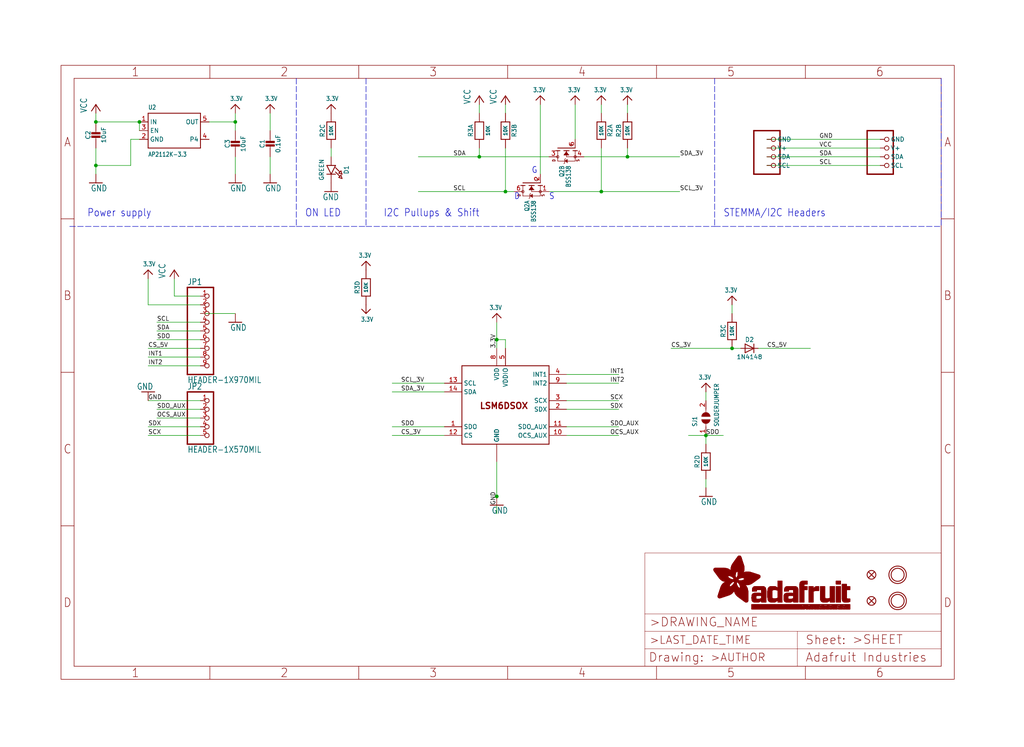
<source format=kicad_sch>
(kicad_sch (version 20211123) (generator eeschema)
  (paper "User" 298.45 217.881)
  (lib_symbols
    (symbol "eagleSchem-eagle-import:3.3V" (power)
      (property "Value" "3.3V" (at -1.524 1.016 0))
      (symbol "3.3V_1_0"
        (pin power_in line (at 0 -2.54 90) (length 2.54) (name "3.3V") (number "1"))
      )
    )
    (symbol "eagleSchem-eagle-import:CAP_CERAMIC0603_NO"
      (property "Reference" "C" (at -2.29 1.25 90))
      (property "Value" "CAP_CERAMIC0603_NO" (at 2.3 1.25 90))
      (symbol "CAP_CERAMIC0603_NO_1_0"
        (pin passive line (at 0 5.08 270) (length 2.54) (name "1") (number "1"))
        (pin passive line (at 0 -2.54 90) (length 2.54) (name "2") (number "2"))
      )
    )
    (symbol "eagleSchem-eagle-import:CAP_CERAMIC0805-NOOUTLINE"
      (property "Reference" "C" (at -2.29 1.25 90))
      (property "Value" "CAP_CERAMIC0805-NOOUTLINE" (at 2.3 1.25 90))
      (symbol "CAP_CERAMIC0805-NOOUTLINE_1_0"
        (pin passive line (at 0 5.08 270) (length 2.54) (name "1") (number "1"))
        (pin passive line (at 0 -2.54 90) (length 2.54) (name "2") (number "2"))
      )
    )
    (symbol "eagleSchem-eagle-import:DIODESOD-323"
      (property "Reference" "D" (at 0 2.54 0))
      (property "Value" "DIODESOD-323" (at 0 -2.5 0))
      (symbol "DIODESOD-323_1_0"
        (pin passive line (at -2.54 0 0) (length 2.54) (name "A") (number "A"))
        (pin passive line (at 2.54 0 180) (length 2.54) (name "C") (number "C"))
      )
    )
    (symbol "eagleSchem-eagle-import:FIDUCIAL_1MM")
    (symbol "eagleSchem-eagle-import:FRAME_A4_ADAFRUIT"
      (symbol "FRAME_A4_ADAFRUIT_1_0"
        (text "1" (at 21.6958 1.905 0) (effects (font (size 2.54 2.286))))
        (text "1" (at 21.6958 177.165 0) (effects (font (size 2.54 2.286))))
        (text "2" (at 65.0875 1.905 0) (effects (font (size 2.54 2.286))))
        (text "2" (at 65.0875 177.165 0) (effects (font (size 2.54 2.286))))
        (text "3" (at 108.4792 1.905 0) (effects (font (size 2.54 2.286))))
        (text "3" (at 108.4792 177.165 0) (effects (font (size 2.54 2.286))))
        (text "4" (at 151.8708 1.905 0) (effects (font (size 2.54 2.286))))
        (text "4" (at 151.8708 177.165 0) (effects (font (size 2.54 2.286))))
        (text "5" (at 195.2625 1.905 0) (effects (font (size 2.54 2.286))))
        (text "5" (at 195.2625 177.165 0) (effects (font (size 2.54 2.286))))
        (text "6" (at 238.6542 1.905 0) (effects (font (size 2.54 2.286))))
        (text "6" (at 238.6542 177.165 0) (effects (font (size 2.54 2.286))))
        (text ">AUTHOR" (at 189.23 5.08 0) (effects (font (size 2.286 2.286)) (justify left bottom)))
        (text ">DRAWING_NAME" (at 171.45 15.24 0) (effects (font (size 2.54 2.54)) (justify left bottom)))
        (text ">LAST_DATE_TIME" (at 171.45 10.16 0) (effects (font (size 2.286 2.286)) (justify left bottom)))
        (text ">SHEET" (at 230.505 10.16 0) (effects (font (size 2.54 2.54)) (justify left bottom)))
        (text "A" (at 1.905 156.6863 0) (effects (font (size 2.54 2.286))))
        (text "A" (at 258.445 156.6863 0) (effects (font (size 2.54 2.286))))
        (text "Adafruit Industries" (at 216.916 4.953 0) (effects (font (size 2.54 2.54)) (justify left bottom)))
        (text "B" (at 1.905 111.9188 0) (effects (font (size 2.54 2.286))))
        (text "B" (at 258.445 111.9188 0) (effects (font (size 2.54 2.286))))
        (text "C" (at 1.905 67.1513 0) (effects (font (size 2.54 2.286))))
        (text "C" (at 258.445 67.1513 0) (effects (font (size 2.54 2.286))))
        (text "D" (at 1.905 22.3838 0) (effects (font (size 2.54 2.286))))
        (text "D" (at 258.445 22.3838 0) (effects (font (size 2.54 2.286))))
        (text "Drawing:" (at 171.196 4.953 0) (effects (font (size 2.54 2.54)) (justify left bottom)))
        (text "Sheet:" (at 216.916 10.033 0) (effects (font (size 2.54 2.54)) (justify left bottom)))
      )
    )
    (symbol "eagleSchem-eagle-import:GND" (power)
      (property "Value" "GND" (at -2.54 -2.54 0))
      (symbol "GND_1_0"
        (pin power_in line (at 0 2.54 270) (length 2.54) (name "GND") (number "1"))
      )
    )
    (symbol "eagleSchem-eagle-import:HEADER-1X570MIL"
      (property "Reference" "JP" (at -6.35 8.255 0))
      (property "Value" "HEADER-1X570MIL" (at -6.35 -10.16 0))
      (symbol "HEADER-1X570MIL_1_0"
        (pin passive inverted (at -2.54 5.08 0) (length 2.54) (name "1") (number "1"))
        (pin passive inverted (at -2.54 2.54 0) (length 2.54) (name "2") (number "2"))
        (pin passive inverted (at -2.54 0 0) (length 2.54) (name "3") (number "3"))
        (pin passive inverted (at -2.54 -2.54 0) (length 2.54) (name "4") (number "4"))
        (pin passive inverted (at -2.54 -5.08 0) (length 2.54) (name "5") (number "5"))
      )
    )
    (symbol "eagleSchem-eagle-import:HEADER-1X970MIL"
      (property "Reference" "JP" (at -6.35 13.335 0))
      (property "Value" "HEADER-1X970MIL" (at -6.35 -15.24 0))
      (symbol "HEADER-1X970MIL_1_0"
        (pin passive inverted (at -2.54 10.16 0) (length 2.54) (name "1") (number "1"))
        (pin passive inverted (at -2.54 7.62 0) (length 2.54) (name "2") (number "2"))
        (pin passive inverted (at -2.54 5.08 0) (length 2.54) (name "3") (number "3"))
        (pin passive inverted (at -2.54 2.54 0) (length 2.54) (name "4") (number "4"))
        (pin passive inverted (at -2.54 0 0) (length 2.54) (name "5") (number "5"))
        (pin passive inverted (at -2.54 -2.54 0) (length 2.54) (name "6") (number "6"))
        (pin passive inverted (at -2.54 -5.08 0) (length 2.54) (name "7") (number "7"))
        (pin passive inverted (at -2.54 -7.62 0) (length 2.54) (name "8") (number "8"))
        (pin passive inverted (at -2.54 -10.16 0) (length 2.54) (name "9") (number "9"))
      )
    )
    (symbol "eagleSchem-eagle-import:LED0603_NOOUTLINE"
      (property "Reference" "D" (at -1.27 4.445 0))
      (property "Value" "LED0603_NOOUTLINE" (at -1.27 -2.794 0))
      (symbol "LED0603_NOOUTLINE_1_0"
        (pin passive line (at -5.08 0 0) (length 2.54) (name "A") (number "A"))
        (pin passive line (at 2.54 0 180) (length 2.54) (name "C") (number "C"))
      )
    )
    (symbol "eagleSchem-eagle-import:LSM6DSOX"
      (symbol "LSM6DSOX_1_0"
        (text "LSM6DSOX" (at -5.08 -2.54 0) (effects (font (size 1.778 1.778) (thickness 0.3556) bold) (justify left bottom)))
        (pin bidirectional line (at -15.24 -7.62 0) (length 5.08) (name "SDO") (number "1"))
        (pin bidirectional line (at 20.32 -10.16 180) (length 5.08) (name "OCS_AUX") (number "10"))
        (pin bidirectional line (at 20.32 -7.62 180) (length 5.08) (name "SDO_AUX") (number "11"))
        (pin bidirectional line (at -15.24 -10.16 0) (length 5.08) (name "CS") (number "12"))
        (pin bidirectional line (at -15.24 5.08 0) (length 5.08) (name "SCL") (number "13"))
        (pin bidirectional line (at -15.24 2.54 0) (length 5.08) (name "SDA") (number "14"))
        (pin bidirectional line (at 20.32 -2.54 180) (length 5.08) (name "SDX") (number "2"))
        (pin bidirectional line (at 20.32 0 180) (length 5.08) (name "SCX") (number "3"))
        (pin bidirectional line (at 20.32 7.62 180) (length 5.08) (name "INT1") (number "4"))
        (pin power_in line (at 2.54 15.24 270) (length 5.08) (name "VDDIO") (number "5"))
        (pin power_in line (at 0 -17.78 90) (length 5.08) (name "GND") (number "6"))
        (pin power_in line (at 0 -17.78 90) (length 5.08) (name "GND") (number "7"))
        (pin power_in line (at 0 15.24 270) (length 5.08) (name "VDD") (number "8"))
        (pin bidirectional line (at 20.32 5.08 180) (length 5.08) (name "INT2") (number "9"))
      )
    )
    (symbol "eagleSchem-eagle-import:MOSFET-N_DUAL"
      (property "Reference" "Q" (at 5.08 0.635 0))
      (property "Value" "MOSFET-N_DUAL" (at 5.08 -1.27 0))
      (symbol "MOSFET-N_DUAL_1_0"
        (text "D" (at 3.175 3.175 0) (effects (font (size 0.8128 0.6908)) (justify left bottom)))
        (text "G" (at -1.27 -1.905 0) (effects (font (size 0.8128 0.6908)) (justify left bottom)))
        (text "S" (at 3.175 -3.81 0) (effects (font (size 0.8128 0.6908)) (justify left bottom)))
        (pin bidirectional line (at 2.54 -5.08 90) (length 2.54) (name "S") (number "1"))
        (pin bidirectional line (at -2.54 -2.54 0) (length 2.54) (name "G") (number "2"))
        (pin bidirectional line (at 2.54 5.08 270) (length 2.54) (name "D") (number "6"))
      )
      (symbol "MOSFET-N_DUAL_2_0"
        (text "D" (at 3.175 3.175 0) (effects (font (size 0.8128 0.6908)) (justify left bottom)))
        (text "G" (at -1.27 -1.905 0) (effects (font (size 0.8128 0.6908)) (justify left bottom)))
        (text "S" (at 3.175 -3.81 0) (effects (font (size 0.8128 0.6908)) (justify left bottom)))
        (pin bidirectional line (at 2.54 5.08 270) (length 2.54) (name "D") (number "3"))
        (pin bidirectional line (at 2.54 -5.08 90) (length 2.54) (name "S") (number "4"))
        (pin bidirectional line (at -2.54 -2.54 0) (length 2.54) (name "G") (number "5"))
      )
    )
    (symbol "eagleSchem-eagle-import:MOUNTINGHOLE2.5")
    (symbol "eagleSchem-eagle-import:RESISTOR_4PACK"
      (property "Reference" "R" (at 0 2.54 0))
      (property "Value" "RESISTOR_4PACK" (at 0 0 0))
      (symbol "RESISTOR_4PACK_1_0"
        (pin passive line (at -5.08 0 0) (length 2.54) (name "1") (number "1"))
        (pin passive line (at 5.08 0 180) (length 2.54) (name "2") (number "8"))
      )
      (symbol "RESISTOR_4PACK_2_0"
        (pin passive line (at -5.08 0 0) (length 2.54) (name "1") (number "2"))
        (pin passive line (at 5.08 0 180) (length 2.54) (name "2") (number "7"))
      )
      (symbol "RESISTOR_4PACK_3_0"
        (pin passive line (at -5.08 0 0) (length 2.54) (name "1") (number "3"))
        (pin passive line (at 5.08 0 180) (length 2.54) (name "2") (number "6"))
      )
      (symbol "RESISTOR_4PACK_4_0"
        (pin passive line (at -5.08 0 0) (length 2.54) (name "1") (number "4"))
        (pin passive line (at 5.08 0 180) (length 2.54) (name "2") (number "5"))
      )
    )
    (symbol "eagleSchem-eagle-import:SOLDERJUMPER"
      (property "Reference" "SJ" (at -2.54 2.54 0))
      (property "Value" "SOLDERJUMPER" (at -2.54 -3.81 0))
      (symbol "SOLDERJUMPER_1_0"
        (pin passive line (at -5.08 0 0) (length 2.54) (name "1") (number "1"))
        (pin passive line (at 5.08 0 180) (length 2.54) (name "2") (number "2"))
      )
    )
    (symbol "eagleSchem-eagle-import:STEMMA_I2C_QT"
      (symbol "STEMMA_I2C_QT_1_0"
        (pin passive inverted (at 0 5.08 0) (length 2.54) (name "GND") (number "1"))
        (pin passive inverted (at 0 2.54 0) (length 2.54) (name "V+") (number "2"))
        (pin passive inverted (at 0 0 0) (length 2.54) (name "SDA") (number "3"))
        (pin passive inverted (at 0 -2.54 0) (length 2.54) (name "SCL") (number "4"))
      )
      (symbol "STEMMA_I2C_QT_2_0"
        (pin bidirectional line (at 0 0 0) (length 5.08) (name "MT") (number "MT1"))
      )
      (symbol "STEMMA_I2C_QT_3_0"
        (pin bidirectional line (at 0 0 0) (length 5.08) (name "MT") (number "MT2"))
      )
    )
    (symbol "eagleSchem-eagle-import:VCC" (power)
      (property "Value" "VCC" (at -2.54 -2.54 90))
      (symbol "VCC_1_0"
        (pin power_in line (at 0 -2.54 90) (length 2.54) (name "VCC") (number "1"))
      )
    )
    (symbol "eagleSchem-eagle-import:VREG_SOT23-5"
      (property "Reference" "U" (at -7.62 6.096 0))
      (property "Value" "VREG_SOT23-5" (at -7.62 -7.62 0))
      (symbol "VREG_SOT23-5_1_0"
        (pin power_in line (at -10.16 2.54 0) (length 2.54) (name "IN") (number "1"))
        (pin power_in line (at -10.16 -2.54 0) (length 2.54) (name "GND") (number "2"))
        (pin input line (at -10.16 0 0) (length 2.54) (name "EN") (number "3"))
        (pin bidirectional line (at 10.16 -2.54 180) (length 2.54) (name "P4") (number "4"))
        (pin power_in line (at 10.16 2.54 180) (length 2.54) (name "OUT") (number "5"))
      )
    )
  )
  (junction (at 147.32 55.88))
  (junction (at 68.58 35.56))
  (junction (at 182.88 45.72))
  (junction (at 144.78 144.78))
  (junction (at 139.7 45.72))
  (junction (at 213.36 101.6))
  (junction (at 40.64 35.56))
  (junction (at 175.26 55.88))
  (junction (at 27.94 35.56))
  (junction (at 27.94 48.26))
  (junction (at 205.74 127))
  (junction (at 144.78 99.06))
  (wire (pts (xy 160.02 55.88) (xy 175.26 55.88)))
  (wire (pts (xy 147.32 99.06) (xy 144.78 99.06)))
  (wire (pts (xy 43.18 88.9) (xy 43.18 81.28)))
  (wire (pts (xy 27.94 48.26) (xy 27.94 43.18)))
  (polyline (pts (xy 274.32 22.86) (xy 274.32 66.04)))
  (wire (pts (xy 256.54 45.72) (xy 223.52 45.72)))
  (wire (pts (xy 129.54 127) (xy 114.3 127)))
  (wire (pts (xy 40.64 38.1) (xy 40.64 35.56)))
  (wire (pts (xy 170.18 45.72) (xy 182.88 45.72)))
  (wire (pts (xy 175.26 55.88) (xy 198.12 55.88)))
  (wire (pts (xy 68.58 45.72) (xy 68.58 50.8)))
  (wire (pts (xy 58.42 99.06) (xy 45.72 99.06)))
  (wire (pts (xy 157.48 50.8) (xy 157.48 30.48)))
  (wire (pts (xy 58.42 96.52) (xy 45.72 96.52)))
  (wire (pts (xy 147.32 33.02) (xy 147.32 30.48)))
  (wire (pts (xy 223.52 43.18) (xy 256.54 43.18)))
  (wire (pts (xy 160.02 45.72) (xy 139.7 45.72)))
  (polyline (pts (xy 86.36 22.86) (xy 86.36 66.04)))
  (wire (pts (xy 58.42 91.44) (xy 68.58 91.44)))
  (wire (pts (xy 58.42 86.36) (xy 50.8 86.36)))
  (wire (pts (xy 58.42 116.84) (xy 43.18 116.84)))
  (wire (pts (xy 68.58 35.56) (xy 68.58 38.1)))
  (wire (pts (xy 27.94 48.26) (xy 27.94 50.8)))
  (wire (pts (xy 40.64 35.56) (xy 27.94 35.56)))
  (wire (pts (xy 220.98 101.6) (xy 236.22 101.6)))
  (wire (pts (xy 58.42 127) (xy 43.18 127)))
  (wire (pts (xy 139.7 43.18) (xy 139.7 45.72)))
  (wire (pts (xy 175.26 33.02) (xy 175.26 30.48)))
  (wire (pts (xy 58.42 119.38) (xy 45.72 119.38)))
  (wire (pts (xy 144.78 134.62) (xy 144.78 144.78)))
  (wire (pts (xy 38.1 48.26) (xy 27.94 48.26)))
  (wire (pts (xy 58.42 121.92) (xy 45.72 121.92)))
  (wire (pts (xy 165.1 116.84) (xy 180.34 116.84)))
  (wire (pts (xy 213.36 91.44) (xy 213.36 88.9)))
  (wire (pts (xy 139.7 45.72) (xy 121.92 45.72)))
  (wire (pts (xy 147.32 43.18) (xy 147.32 55.88)))
  (polyline (pts (xy 208.28 66.04) (xy 274.32 66.04)))
  (wire (pts (xy 139.7 33.02) (xy 139.7 30.48)))
  (wire (pts (xy 165.1 127) (xy 180.34 127)))
  (wire (pts (xy 58.42 93.98) (xy 45.72 93.98)))
  (polyline (pts (xy 20.32 66.04) (xy 86.36 66.04)))
  (wire (pts (xy 205.74 127) (xy 200.66 127)))
  (polyline (pts (xy 208.28 22.86) (xy 208.28 66.04)))
  (wire (pts (xy 144.78 144.78) (xy 144.78 149.86)))
  (wire (pts (xy 144.78 101.6) (xy 144.78 99.06)))
  (wire (pts (xy 213.36 101.6) (xy 195.58 101.6)))
  (wire (pts (xy 165.1 109.22) (xy 180.34 109.22)))
  (wire (pts (xy 165.1 111.76) (xy 180.34 111.76)))
  (polyline (pts (xy 106.68 66.04) (xy 208.28 66.04)))
  (wire (pts (xy 78.74 33.02) (xy 78.74 38.1)))
  (wire (pts (xy 182.88 33.02) (xy 182.88 30.48)))
  (wire (pts (xy 58.42 88.9) (xy 43.18 88.9)))
  (wire (pts (xy 165.1 119.38) (xy 180.34 119.38)))
  (wire (pts (xy 215.9 101.6) (xy 213.36 101.6)))
  (polyline (pts (xy 106.68 22.86) (xy 106.68 66.04)))
  (polyline (pts (xy 86.36 66.04) (xy 106.68 66.04)))
  (wire (pts (xy 205.74 127) (xy 210.82 127)))
  (wire (pts (xy 78.74 45.72) (xy 78.74 50.8)))
  (wire (pts (xy 58.42 124.46) (xy 43.18 124.46)))
  (wire (pts (xy 96.52 45.72) (xy 96.52 43.18)))
  (wire (pts (xy 175.26 43.18) (xy 175.26 55.88)))
  (wire (pts (xy 165.1 124.46) (xy 180.34 124.46)))
  (wire (pts (xy 144.78 99.06) (xy 144.78 93.98)))
  (wire (pts (xy 205.74 116.84) (xy 205.74 114.3)))
  (wire (pts (xy 58.42 104.14) (xy 43.18 104.14)))
  (wire (pts (xy 182.88 45.72) (xy 198.12 45.72)))
  (wire (pts (xy 149.86 55.88) (xy 147.32 55.88)))
  (wire (pts (xy 40.64 40.64) (xy 38.1 40.64)))
  (wire (pts (xy 27.94 33.02) (xy 27.94 35.56)))
  (wire (pts (xy 60.96 35.56) (xy 68.58 35.56)))
  (wire (pts (xy 50.8 86.36) (xy 50.8 81.28)))
  (wire (pts (xy 256.54 40.64) (xy 223.52 40.64)))
  (wire (pts (xy 68.58 35.56) (xy 68.58 33.02)))
  (wire (pts (xy 129.54 111.76) (xy 114.3 111.76)))
  (wire (pts (xy 205.74 142.24) (xy 205.74 139.7)))
  (wire (pts (xy 205.74 129.54) (xy 205.74 127)))
  (wire (pts (xy 167.64 40.64) (xy 167.64 30.48)))
  (wire (pts (xy 58.42 101.6) (xy 43.18 101.6)))
  (wire (pts (xy 38.1 40.64) (xy 38.1 48.26)))
  (wire (pts (xy 129.54 124.46) (xy 114.3 124.46)))
  (wire (pts (xy 43.18 106.68) (xy 58.42 106.68)))
  (wire (pts (xy 129.54 114.3) (xy 114.3 114.3)))
  (wire (pts (xy 223.52 48.26) (xy 256.54 48.26)))
  (wire (pts (xy 182.88 43.18) (xy 182.88 45.72)))
  (wire (pts (xy 147.32 101.6) (xy 147.32 99.06)))
  (wire (pts (xy 147.32 55.88) (xy 121.92 55.88)))
  (text "S" (at 160.02 58.42 180) (effects (font (size 1.778 1.5113)) (justify left bottom)))
  (text "D" (at 149.86 58.42 180) (effects (font (size 1.778 1.5113)) (justify left bottom)))
  (text "I2C Pullups & Shift" (at 111.76 63.5 180) (effects (font (size 2.1844 1.8567)) (justify left bottom)))
  (text "STEMMA/I2C Headers" (at 210.82 63.5 180) (effects (font (size 2.1844 1.8567)) (justify left bottom)))
  (text "ON LED" (at 88.9 63.5 180) (effects (font (size 2.1844 1.8567)) (justify left bottom)))
  (text "Power supply" (at 25.4 63.5 180) (effects (font (size 2.1844 1.8567)) (justify left bottom)))
  (text "G" (at 154.94 50.8 180) (effects (font (size 1.778 1.5113)) (justify left bottom)))
  (label "SDO" (at 116.84 124.46 0) (effects (font (size 1.2446 1.2446))))
  (label "OCS_AUX" (at 177.8 127 0) (effects (font (size 1.2446 1.2446))))
  (label "GND" (at 238.76 40.64 0) (effects (font (size 1.2446 1.2446))))
  (label "VCC" (at 238.76 43.18 0) (effects (font (size 1.2446 1.2446))))
  (label "SDX" (at 43.18 124.46 0) (effects (font (size 1.2446 1.2446))))
  (label "SCX" (at 177.8 116.84 0) (effects (font (size 1.2446 1.2446))))
  (label "CS_3V" (at 116.84 127 0) (effects (font (size 1.2446 1.2446))))
  (label "INT2" (at 177.8 111.76 0) (effects (font (size 1.2446 1.2446))))
  (label "SDA_3V" (at 198.12 45.72 0) (effects (font (size 1.2446 1.2446))))
  (label "SCL_3V" (at 198.12 55.88 0) (effects (font (size 1.2446 1.2446))))
  (label "SDO" (at 45.72 99.06 0) (effects (font (size 1.2446 1.2446))))
  (label "SDA" (at 238.76 45.72 0) (effects (font (size 1.2446 1.2446))))
  (label "INT1" (at 43.18 104.14 0) (effects (font (size 1.2446 1.2446))))
  (label "SDA_3V" (at 116.84 114.3 0) (effects (font (size 1.2446 1.2446))))
  (label "SCL_3V" (at 116.84 111.76 0) (effects (font (size 1.2446 1.2446))))
  (label "INT2" (at 43.18 106.68 0) (effects (font (size 1.2446 1.2446))))
  (label "SCX" (at 43.18 127 0) (effects (font (size 1.2446 1.2446))))
  (label "SDX" (at 177.8 119.38 0) (effects (font (size 1.2446 1.2446))))
  (label "SCL" (at 45.72 93.98 0) (effects (font (size 1.2446 1.2446))))
  (label "3.3V" (at 144.78 101.6 90) (effects (font (size 1.2446 1.2446))))
  (label "SDA" (at 45.72 96.52 0) (effects (font (size 1.2446 1.2446))))
  (label "CS_5V" (at 43.18 101.6 0) (effects (font (size 1.2446 1.2446))))
  (label "SDO_AUX" (at 45.72 119.38 0) (effects (font (size 1.2446 1.2446))))
  (label "OCS_AUX" (at 45.72 121.92 0) (effects (font (size 1.2446 1.2446))))
  (label "GND" (at 43.18 116.84 0) (effects (font (size 1.2446 1.2446))))
  (label "SDO" (at 205.74 127 0) (effects (font (size 1.2446 1.2446))))
  (label "SCL" (at 238.76 48.26 0) (effects (font (size 1.2446 1.2446))))
  (label "CS_5V" (at 223.52 101.6 0) (effects (font (size 1.2446 1.2446))))
  (label "SCL" (at 132.08 55.88 0) (effects (font (size 1.2446 1.2446))))
  (label "SDO_AUX" (at 177.8 124.46 0) (effects (font (size 1.2446 1.2446))))
  (label "INT1" (at 177.8 109.22 0) (effects (font (size 1.2446 1.2446))))
  (label "CS_3V" (at 195.58 101.6 0) (effects (font (size 1.2446 1.2446))))
  (label "SDA" (at 132.08 45.72 0) (effects (font (size 1.2446 1.2446))))
  (label "GND" (at 144.78 147.32 90) (effects (font (size 1.2446 1.2446))))
  (symbol (lib_id "eagleSchem-eagle-import:GND") (at 43.18 114.3 180) (unit 1)
    (property "Reference" "#U$22" (effects hide))
    (property "Value" "GND" (at 44.704 111.76 0) (effects (font (size 1.778 1.5113)) (justify left bottom)))
    (property "Footprint" "eagleSchem:" (effects hide))
  )
  (symbol (lib_id "eagleSchem-eagle-import:MOUNTINGHOLE2.5") (at 261.62 175.26 0) (unit 1)
    (property "Reference" "U$1" (effects hide))
    (property "Value" "MOUNTINGHOLE2.5" (effects hide))
    (property "Footprint" "eagleSchem:MOUNTINGHOLE_2.5_PLATED" (effects hide))
  )
  (symbol (lib_id "eagleSchem-eagle-import:3.3V") (at 167.64 27.94 0) (mirror y) (unit 1)
    (property "Reference" "#U$23" (effects hide))
    (property "Value" "3.3V" (at 169.164 26.924 0) (effects (font (size 1.27 1.0795)) (justify left bottom)))
    (property "Footprint" "eagleSchem:" (effects hide))
  )
  (symbol (lib_id "eagleSchem-eagle-import:FIDUCIAL_1MM") (at 254 175.26 0) (unit 1)
    (property "Reference" "FID3" (effects hide))
    (property "Value" "FIDUCIAL_1MM" (effects hide))
    (property "Footprint" "eagleSchem:FIDUCIAL_1MM" (effects hide))
  )
  (symbol (lib_id "eagleSchem-eagle-import:SOLDERJUMPER") (at 205.74 121.92 90) (unit 1)
    (property "Reference" "SJ1" (at 203.2 124.46 0) (effects (font (size 1.27 1.0795)) (justify left bottom)))
    (property "Value" "SOLDERJUMPER" (at 209.55 124.46 0) (effects (font (size 1.27 1.0795)) (justify left bottom)))
    (property "Footprint" "eagleSchem:SOLDERJUMPER_ARROW_NOPASTE" (effects hide))
  )
  (symbol (lib_id "eagleSchem-eagle-import:HEADER-1X970MIL") (at 60.96 96.52 0) (unit 1)
    (property "Reference" "JP1" (at 54.61 83.185 0) (effects (font (size 1.778 1.5113)) (justify left bottom)))
    (property "Value" "HEADER-1X970MIL" (at 54.61 111.76 0) (effects (font (size 1.778 1.5113)) (justify left bottom)))
    (property "Footprint" "eagleSchem:1X09_ROUND_70" (effects hide))
  )
  (symbol (lib_id "eagleSchem-eagle-import:STEMMA_I2C_QT") (at 256.54 45.72 0) (unit 1)
    (property "Reference" "CONN4" (effects hide))
    (property "Value" "STEMMA_I2C_QT" (effects hide))
    (property "Footprint" "eagleSchem:JST_SH4" (effects hide))
  )
  (symbol (lib_id "eagleSchem-eagle-import:VREG_SOT23-5") (at 50.8 38.1 0) (unit 1)
    (property "Reference" "U2" (at 43.18 32.004 0) (effects (font (size 1.27 1.0795)) (justify left bottom)))
    (property "Value" "AP2112K-3.3" (at 43.18 45.72 0) (effects (font (size 1.27 1.0795)) (justify left bottom)))
    (property "Footprint" "eagleSchem:SOT23-5" (effects hide))
  )
  (symbol (lib_id "eagleSchem-eagle-import:VCC") (at 147.32 27.94 0) (unit 1)
    (property "Reference" "#P+2" (effects hide))
    (property "Value" "VCC" (at 144.78 30.48 90) (effects (font (size 1.778 1.5113)) (justify left bottom)))
    (property "Footprint" "eagleSchem:" (effects hide))
  )
  (symbol (lib_id "eagleSchem-eagle-import:RESISTOR_4PACK") (at 139.7 38.1 90) (unit 1)
    (property "Reference" "R3" (at 137.16 38.1 0))
    (property "Value" "10K" (at 142.24 38.1 0) (effects (font (size 1.016 1.016) bold)))
    (property "Footprint" "eagleSchem:RESPACK_4X0603" (effects hide))
  )
  (symbol (lib_id "eagleSchem-eagle-import:FIDUCIAL_1MM") (at 254 167.64 0) (unit 1)
    (property "Reference" "FID4" (effects hide))
    (property "Value" "FIDUCIAL_1MM" (effects hide))
    (property "Footprint" "eagleSchem:FIDUCIAL_1MM" (effects hide))
  )
  (symbol (lib_id "eagleSchem-eagle-import:VCC") (at 50.8 78.74 0) (unit 1)
    (property "Reference" "#P+4" (effects hide))
    (property "Value" "VCC" (at 48.26 81.28 90) (effects (font (size 1.778 1.5113)) (justify left bottom)))
    (property "Footprint" "eagleSchem:" (effects hide))
  )
  (symbol (lib_id "eagleSchem-eagle-import:GND") (at 205.74 144.78 0) (unit 1)
    (property "Reference" "#U$20" (effects hide))
    (property "Value" "GND" (at 204.216 147.32 0) (effects (font (size 1.778 1.5113)) (justify left bottom)))
    (property "Footprint" "eagleSchem:" (effects hide))
  )
  (symbol (lib_id "eagleSchem-eagle-import:3.3V") (at 205.74 111.76 0) (mirror y) (unit 1)
    (property "Reference" "#U$11" (effects hide))
    (property "Value" "3.3V" (at 207.264 110.744 0) (effects (font (size 1.27 1.0795)) (justify left bottom)))
    (property "Footprint" "eagleSchem:" (effects hide))
  )
  (symbol (lib_id "eagleSchem-eagle-import:3.3V") (at 213.36 86.36 0) (mirror y) (unit 1)
    (property "Reference" "#U$12" (effects hide))
    (property "Value" "3.3V" (at 214.884 85.344 0) (effects (font (size 1.27 1.0795)) (justify left bottom)))
    (property "Footprint" "eagleSchem:" (effects hide))
  )
  (symbol (lib_id "eagleSchem-eagle-import:CAP_CERAMIC0805-NOOUTLINE") (at 27.94 40.64 0) (unit 1)
    (property "Reference" "C2" (at 25.65 39.39 90))
    (property "Value" "10uF" (at 30.24 39.39 90))
    (property "Footprint" "eagleSchem:0805-NO" (effects hide))
  )
  (symbol (lib_id "eagleSchem-eagle-import:3.3V") (at 175.26 27.94 0) (mirror y) (unit 1)
    (property "Reference" "#U$24" (effects hide))
    (property "Value" "3.3V" (at 176.784 26.924 0) (effects (font (size 1.27 1.0795)) (justify left bottom)))
    (property "Footprint" "eagleSchem:" (effects hide))
  )
  (symbol (lib_id "eagleSchem-eagle-import:CAP_CERAMIC0603_NO") (at 78.74 43.18 0) (unit 1)
    (property "Reference" "C1" (at 76.45 41.93 90))
    (property "Value" "0.1uF" (at 81.04 41.93 90))
    (property "Footprint" "eagleSchem:0603-NO" (effects hide))
  )
  (symbol (lib_id "eagleSchem-eagle-import:STEMMA_I2C_QT") (at 223.52 45.72 0) (unit 1)
    (property "Reference" "CONN3" (effects hide))
    (property "Value" "STEMMA_I2C_QT" (effects hide))
    (property "Footprint" "eagleSchem:JST_SH4" (effects hide))
  )
  (symbol (lib_id "eagleSchem-eagle-import:RESISTOR_4PACK") (at 213.36 96.52 90) (mirror x) (unit 3)
    (property "Reference" "R3" (at 210.82 96.52 0))
    (property "Value" "10K" (at 213.36 96.52 0) (effects (font (size 1.016 1.016) bold)))
    (property "Footprint" "eagleSchem:RESPACK_4X0603" (effects hide))
  )
  (symbol (lib_id "eagleSchem-eagle-import:VCC") (at 27.94 30.48 0) (unit 1)
    (property "Reference" "#P+3" (effects hide))
    (property "Value" "VCC" (at 25.4 33.02 90) (effects (font (size 1.778 1.5113)) (justify left bottom)))
    (property "Footprint" "eagleSchem:" (effects hide))
  )
  (symbol (lib_id "eagleSchem-eagle-import:RESISTOR_4PACK") (at 106.68 83.82 90) (unit 4)
    (property "Reference" "R3" (at 104.14 83.82 0))
    (property "Value" "10K" (at 106.68 83.82 0) (effects (font (size 1.016 1.016) bold)))
    (property "Footprint" "eagleSchem:RESPACK_4X0603" (effects hide))
  )
  (symbol (lib_id "eagleSchem-eagle-import:3.3V") (at 43.18 78.74 0) (unit 1)
    (property "Reference" "#U$16" (effects hide))
    (property "Value" "3.3V" (at 41.656 77.724 0) (effects (font (size 1.27 1.0795)) (justify left bottom)))
    (property "Footprint" "eagleSchem:" (effects hide))
  )
  (symbol (lib_id "eagleSchem-eagle-import:RESISTOR_4PACK") (at 147.32 38.1 270) (mirror x) (unit 2)
    (property "Reference" "R3" (at 149.86 38.1 0))
    (property "Value" "10K" (at 147.32 38.1 0) (effects (font (size 1.016 1.016) bold)))
    (property "Footprint" "eagleSchem:RESPACK_4X0603" (effects hide))
  )
  (symbol (lib_id "eagleSchem-eagle-import:RESISTOR_4PACK") (at 175.26 38.1 270) (unit 1)
    (property "Reference" "R2" (at 177.8 38.1 0))
    (property "Value" "10K" (at 175.26 38.1 0) (effects (font (size 1.016 1.016) bold)))
    (property "Footprint" "eagleSchem:RESPACK_4X0603" (effects hide))
  )
  (symbol (lib_id "eagleSchem-eagle-import:GND") (at 68.58 93.98 0) (unit 1)
    (property "Reference" "#U$10" (effects hide))
    (property "Value" "GND" (at 67.056 96.52 0) (effects (font (size 1.778 1.5113)) (justify left bottom)))
    (property "Footprint" "eagleSchem:" (effects hide))
  )
  (symbol (lib_id "eagleSchem-eagle-import:GND") (at 68.58 53.34 0) (unit 1)
    (property "Reference" "#U$5" (effects hide))
    (property "Value" "GND" (at 67.056 55.88 0) (effects (font (size 1.778 1.5113)) (justify left bottom)))
    (property "Footprint" "eagleSchem:" (effects hide))
  )
  (symbol (lib_id "eagleSchem-eagle-import:CAP_CERAMIC0805-NOOUTLINE") (at 68.58 43.18 0) (unit 1)
    (property "Reference" "C3" (at 66.29 41.93 90))
    (property "Value" "10uF" (at 70.88 41.93 90))
    (property "Footprint" "eagleSchem:0805-NO" (effects hide))
  )
  (symbol (lib_id "eagleSchem-eagle-import:GND") (at 96.52 55.88 0) (unit 1)
    (property "Reference" "#GND6" (effects hide))
    (property "Value" "GND" (at 93.98 58.42 0) (effects (font (size 1.778 1.5113)) (justify left bottom)))
    (property "Footprint" "eagleSchem:" (effects hide))
  )
  (symbol (lib_id "eagleSchem-eagle-import:3.3V") (at 182.88 27.94 0) (mirror y) (unit 1)
    (property "Reference" "#U$7" (effects hide))
    (property "Value" "3.3V" (at 184.404 26.924 0) (effects (font (size 1.27 1.0795)) (justify left bottom)))
    (property "Footprint" "eagleSchem:" (effects hide))
  )
  (symbol (lib_id "eagleSchem-eagle-import:3.3V") (at 96.52 30.48 0) (unit 1)
    (property "Reference" "#U$3" (effects hide))
    (property "Value" "3.3V" (at 94.996 29.464 0) (effects (font (size 1.27 1.0795)) (justify left bottom)))
    (property "Footprint" "eagleSchem:" (effects hide))
  )
  (symbol (lib_id "eagleSchem-eagle-import:GND") (at 27.94 53.34 0) (unit 1)
    (property "Reference" "#U$13" (effects hide))
    (property "Value" "GND" (at 26.416 55.88 0) (effects (font (size 1.778 1.5113)) (justify left bottom)))
    (property "Footprint" "eagleSchem:" (effects hide))
  )
  (symbol (lib_id "eagleSchem-eagle-import:DIODESOD-323") (at 218.44 101.6 0) (unit 1)
    (property "Reference" "D2" (at 218.44 99.06 0))
    (property "Value" "1N4148" (at 218.44 104.1 0))
    (property "Footprint" "eagleSchem:SOD-323" (effects hide))
  )
  (symbol (lib_id "eagleSchem-eagle-import:MOSFET-N_DUAL") (at 165.1 43.18 90) (mirror x) (unit 2)
    (property "Reference" "Q2" (at 164.465 48.26 0) (effects (font (size 1.27 1.0795)) (justify left bottom)))
    (property "Value" "BSS138" (at 166.37 48.26 0) (effects (font (size 1.27 1.0795)) (justify left bottom)))
    (property "Footprint" "eagleSchem:SOT363" (effects hide))
  )
  (symbol (lib_id "eagleSchem-eagle-import:HEADER-1X570MIL") (at 60.96 121.92 0) (unit 1)
    (property "Reference" "JP2" (at 54.61 113.665 0) (effects (font (size 1.778 1.5113)) (justify left bottom)))
    (property "Value" "HEADER-1X570MIL" (at 54.61 132.08 0) (effects (font (size 1.778 1.5113)) (justify left bottom)))
    (property "Footprint" "eagleSchem:1X05_ROUND_70" (effects hide))
  )
  (symbol (lib_id "eagleSchem-eagle-import:VCC") (at 139.7 27.94 0) (unit 1)
    (property "Reference" "#P+1" (effects hide))
    (property "Value" "VCC" (at 137.16 30.48 90) (effects (font (size 1.778 1.5113)) (justify left bottom)))
    (property "Footprint" "eagleSchem:" (effects hide))
  )
  (symbol (lib_id "eagleSchem-eagle-import:LED0603_NOOUTLINE") (at 96.52 50.8 270) (unit 1)
    (property "Reference" "D1" (at 100.965 49.53 0))
    (property "Value" "GREEN" (at 93.726 49.53 0))
    (property "Footprint" "eagleSchem:CHIPLED_0603_NOOUTLINE" (effects hide))
  )
  (symbol (lib_id "eagleSchem-eagle-import:RESISTOR_4PACK") (at 96.52 38.1 90) (unit 3)
    (property "Reference" "R2" (at 93.98 38.1 0))
    (property "Value" "10K" (at 96.52 38.1 0) (effects (font (size 1.016 1.016) bold)))
    (property "Footprint" "eagleSchem:RESPACK_4X0603" (effects hide))
  )
  (symbol (lib_id "eagleSchem-eagle-import:MOSFET-N_DUAL") (at 154.94 53.34 90) (mirror x) (unit 1)
    (property "Reference" "Q2" (at 154.305 58.42 0) (effects (font (size 1.27 1.0795)) (justify left bottom)))
    (property "Value" "BSS138" (at 156.21 58.42 0) (effects (font (size 1.27 1.0795)) (justify left bottom)))
    (property "Footprint" "eagleSchem:SOT363" (effects hide))
  )
  (symbol (lib_id "eagleSchem-eagle-import:3.3V") (at 106.68 76.2 0) (mirror y) (unit 1)
    (property "Reference" "#U$19" (effects hide))
    (property "Value" "3.3V" (at 108.204 75.184 0) (effects (font (size 1.27 1.0795)) (justify left bottom)))
    (property "Footprint" "eagleSchem:" (effects hide))
  )
  (symbol (lib_id "eagleSchem-eagle-import:3.3V") (at 78.74 30.48 0) (unit 1)
    (property "Reference" "#U$14" (effects hide))
    (property "Value" "3.3V" (at 77.216 29.464 0) (effects (font (size 1.27 1.0795)) (justify left bottom)))
    (property "Footprint" "eagleSchem:" (effects hide))
  )
  (symbol (lib_id "eagleSchem-eagle-import:3.3V") (at 68.58 30.48 0) (unit 1)
    (property "Reference" "#U$15" (effects hide))
    (property "Value" "3.3V" (at 67.056 29.464 0) (effects (font (size 1.27 1.0795)) (justify left bottom)))
    (property "Footprint" "eagleSchem:" (effects hide))
  )
  (symbol (lib_id "eagleSchem-eagle-import:3.3V") (at 157.48 27.94 0) (mirror y) (unit 1)
    (property "Reference" "#U$26" (effects hide))
    (property "Value" "3.3V" (at 159.004 26.924 0) (effects (font (size 1.27 1.0795)) (justify left bottom)))
    (property "Footprint" "eagleSchem:" (effects hide))
  )
  (symbol (lib_id "eagleSchem-eagle-import:RESISTOR_4PACK") (at 182.88 38.1 90) (mirror x) (unit 2)
    (property "Reference" "R2" (at 180.34 38.1 0))
    (property "Value" "10K" (at 182.88 38.1 0) (effects (font (size 1.016 1.016) bold)))
    (property "Footprint" "eagleSchem:RESPACK_4X0603" (effects hide))
  )
  (symbol (lib_id "eagleSchem-eagle-import:3.3V") (at 144.78 91.44 0) (mirror y) (unit 1)
    (property "Reference" "#U$4" (effects hide))
    (property "Value" "3.3V" (at 146.304 90.424 0) (effects (font (size 1.27 1.0795)) (justify left bottom)))
    (property "Footprint" "eagleSchem:" (effects hide))
  )
  (symbol (lib_id "eagleSchem-eagle-import:GND") (at 78.74 53.34 0) (unit 1)
    (property "Reference" "#U$6" (effects hide))
    (property "Value" "GND" (at 77.216 55.88 0) (effects (font (size 1.778 1.5113)) (justify left bottom)))
    (property "Footprint" "eagleSchem:" (effects hide))
  )
  (symbol (lib_id "eagleSchem-eagle-import:LSM6DSOX") (at 144.78 116.84 0) (unit 1)
    (property "Reference" "U$2" (effects hide))
    (property "Value" "LSM6DSOX" (effects hide))
    (property "Footprint" "eagleSchem:LGA-14L" (effects hide))
  )
  (symbol (lib_id "eagleSchem-eagle-import:FRAME_A4_ADAFRUIT") (at 17.78 198.12 0) (unit 1)
    (property "Reference" "#U$18" (effects hide))
    (property "Value" "FRAME_A4_ADAFRUIT" (effects hide))
    (property "Footprint" "eagleSchem:" (effects hide))
  )
  (symbol (lib_id "eagleSchem-eagle-import:RESISTOR_4PACK") (at 205.74 134.62 90) (unit 4)
    (property "Reference" "R2" (at 203.2 134.62 0))
    (property "Value" "10K" (at 205.74 134.62 0) (effects (font (size 1.016 1.016) bold)))
    (property "Footprint" "eagleSchem:RESPACK_4X0603" (effects hide))
  )
  (symbol (lib_id "eagleSchem-eagle-import:MOUNTINGHOLE2.5") (at 261.62 167.64 0) (unit 1)
    (property "Reference" "U$17" (effects hide))
    (property "Value" "MOUNTINGHOLE2.5" (effects hide))
    (property "Footprint" "eagleSchem:MOUNTINGHOLE_2.5_PLATED" (effects hide))
  )
  (symbol (lib_id "eagleSchem-eagle-import:GND") (at 144.78 147.32 0) (unit 1)
    (property "Reference" "#U$8" (effects hide))
    (property "Value" "GND" (at 143.256 149.86 0) (effects (font (size 1.778 1.5113)) (justify left bottom)))
    (property "Footprint" "eagleSchem:" (effects hide))
  )
  (symbol (lib_id "eagleSchem-eagle-import:3.3V") (at 106.68 91.44 0) (mirror x) (unit 1)
    (property "Reference" "#U$21" (effects hide))
    (property "Value" "3.3V" (at 105.156 92.456 0) (effects (font (size 1.27 1.0795)) (justify left bottom)))
    (property "Footprint" "eagleSchem:" (effects hide))
  )
)
</source>
